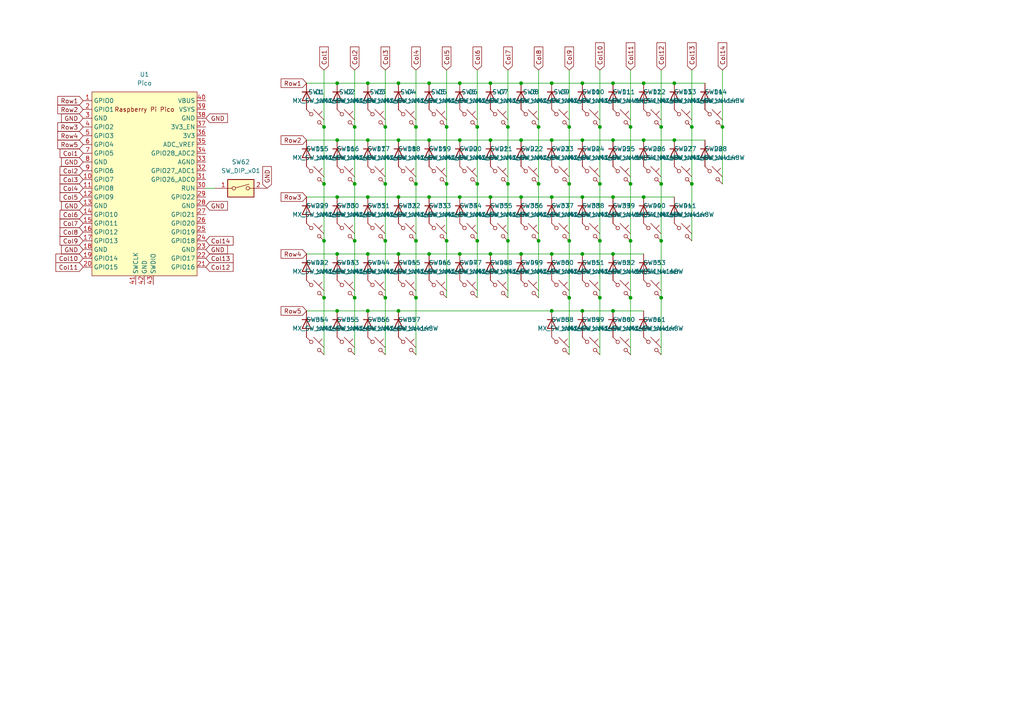
<source format=kicad_sch>
(kicad_sch (version 20211123) (generator eeschema)
  (paper "A4")
  (title_block (title "60% keyboard") (date "2022-11-01"))
  (junction (at 102.87 53.34))
  (junction (at 120.65 86.36))
  (junction (at 142.24 40.64))
  (junction (at 129.54 69.85))
  (junction (at 138.43 69.85))
  (junction (at 195.58 40.64))
  (junction (at 165.1 69.85))
  (junction (at 209.55 36.83))
  (junction (at 133.35 57.15))
  (junction (at 151.13 40.64))
  (junction (at 165.1 53.34))
  (junction (at 165.1 36.83))
  (junction (at 156.21 69.85))
  (junction (at 191.77 86.36))
  (junction (at 115.57 24.13))
  (junction (at 156.21 36.83))
  (junction (at 124.46 73.66))
  (junction (at 111.76 86.36))
  (junction (at 151.13 57.15))
  (junction (at 106.68 90.17))
  (junction (at 97.79 90.17))
  (junction (at 182.88 69.85))
  (junction (at 138.43 53.34))
  (junction (at 97.79 57.15))
  (junction (at 129.54 53.34))
  (junction (at 168.91 24.13))
  (junction (at 102.87 36.83))
  (junction (at 173.99 69.85))
  (junction (at 133.35 73.66))
  (junction (at 97.79 73.66))
  (junction (at 147.32 69.85))
  (junction (at 168.91 40.64))
  (junction (at 151.13 73.66))
  (junction (at 133.35 24.13))
  (junction (at 165.1 86.36))
  (junction (at 186.69 40.64))
  (junction (at 93.98 36.83))
  (junction (at 156.21 53.34))
  (junction (at 120.65 36.83))
  (junction (at 147.32 36.83))
  (junction (at 124.46 24.13))
  (junction (at 133.35 40.64))
  (junction (at 177.8 73.66))
  (junction (at 191.77 53.34))
  (junction (at 173.99 36.83))
  (junction (at 93.98 86.36))
  (junction (at 106.68 57.15))
  (junction (at 177.8 40.64))
  (junction (at 200.66 53.34))
  (junction (at 186.69 24.13))
  (junction (at 124.46 57.15))
  (junction (at 142.24 24.13))
  (junction (at 142.24 73.66))
  (junction (at 102.87 69.85))
  (junction (at 177.8 57.15))
  (junction (at 111.76 36.83))
  (junction (at 120.65 53.34))
  (junction (at 115.57 40.64))
  (junction (at 102.87 86.36))
  (junction (at 160.02 90.17))
  (junction (at 168.91 57.15))
  (junction (at 168.91 73.66))
  (junction (at 160.02 57.15))
  (junction (at 182.88 36.83))
  (junction (at 151.13 24.13))
  (junction (at 142.24 57.15))
  (junction (at 93.98 53.34))
  (junction (at 200.66 36.83))
  (junction (at 106.68 40.64))
  (junction (at 173.99 53.34))
  (junction (at 182.88 86.36))
  (junction (at 97.79 40.64))
  (junction (at 195.58 24.13))
  (junction (at 168.91 90.17))
  (junction (at 111.76 53.34))
  (junction (at 129.54 36.83))
  (junction (at 147.32 53.34))
  (junction (at 177.8 24.13))
  (junction (at 115.57 73.66))
  (junction (at 124.46 40.64))
  (junction (at 115.57 90.17))
  (junction (at 182.88 53.34))
  (junction (at 177.8 90.17))
  (junction (at 191.77 69.85))
  (junction (at 160.02 73.66))
  (junction (at 160.02 24.13))
  (junction (at 106.68 24.13))
  (junction (at 173.99 86.36))
  (junction (at 138.43 36.83))
  (junction (at 111.76 69.85))
  (junction (at 115.57 57.15))
  (junction (at 93.98 69.85))
  (junction (at 106.68 73.66))
  (junction (at 120.65 69.85))
  (junction (at 191.77 36.83))
  (junction (at 97.79 24.13))
  (junction (at 186.69 57.15))
  (junction (at 160.02 40.64))
  (wire (pts (xy 124.46 73.66) (xy 133.35 73.66)))
  (wire (pts (xy 88.9 24.13) (xy 97.79 24.13)))
  (wire (pts (xy 106.68 40.64) (xy 115.57 40.64)))
  (wire (pts (xy 93.98 20.32) (xy 93.98 36.83)))
  (wire (pts (xy 97.79 24.13) (xy 106.68 24.13)))
  (wire (pts (xy 182.88 69.85) (xy 182.88 86.36)))
  (wire (pts (xy 165.1 36.83) (xy 165.1 53.34)))
  (wire (pts (xy 147.32 69.85) (xy 147.32 86.36)))
  (wire (pts (xy 173.99 53.34) (xy 173.99 69.85)))
  (wire (pts (xy 138.43 69.85) (xy 138.43 86.36)))
  (wire (pts (xy 156.21 53.34) (xy 156.21 69.85)))
  (wire (pts (xy 151.13 57.15) (xy 160.02 57.15)))
  (wire (pts (xy 177.8 90.17) (xy 186.69 90.17)))
  (wire (pts (xy 88.9 73.66) (xy 97.79 73.66)))
  (wire (pts (xy 129.54 53.34) (xy 129.54 69.85)))
  (wire (pts (xy 88.9 40.64) (xy 97.79 40.64)))
  (wire (pts (xy 173.99 69.85) (xy 173.99 86.36)))
  (wire (pts (xy 138.43 53.34) (xy 138.43 69.85)))
  (wire (pts (xy 62.23 54.61) (xy 59.69 54.61)))
  (wire (pts (xy 156.21 20.32) (xy 156.21 36.83)))
  (wire (pts (xy 186.69 40.64) (xy 195.58 40.64)))
  (wire (pts (xy 191.77 53.34) (xy 191.77 69.85)))
  (wire (pts (xy 129.54 36.83) (xy 129.54 53.34)))
  (wire (pts (xy 133.35 24.13) (xy 142.24 24.13)))
  (wire (pts (xy 138.43 20.32) (xy 138.43 36.83)))
  (wire (pts (xy 147.32 36.83) (xy 147.32 53.34)))
  (wire (pts (xy 142.24 57.15) (xy 151.13 57.15)))
  (wire (pts (xy 93.98 69.85) (xy 93.98 86.36)))
  (wire (pts (xy 102.87 69.85) (xy 102.87 86.36)))
  (wire (pts (xy 120.65 69.85) (xy 120.65 86.36)))
  (wire (pts (xy 182.88 20.32) (xy 182.88 36.83)))
  (wire (pts (xy 168.91 90.17) (xy 177.8 90.17)))
  (wire (pts (xy 111.76 86.36) (xy 111.76 102.87)))
  (wire (pts (xy 165.1 53.34) (xy 165.1 69.85)))
  (wire (pts (xy 115.57 57.15) (xy 124.46 57.15)))
  (wire (pts (xy 195.58 24.13) (xy 204.47 24.13)))
  (wire (pts (xy 186.69 57.15) (xy 195.58 57.15)))
  (wire (pts (xy 97.79 57.15) (xy 106.68 57.15)))
  (wire (pts (xy 120.65 20.32) (xy 120.65 36.83)))
  (wire (pts (xy 106.68 73.66) (xy 115.57 73.66)))
  (wire (pts (xy 160.02 73.66) (xy 168.91 73.66)))
  (wire (pts (xy 115.57 90.17) (xy 160.02 90.17)))
  (wire (pts (xy 168.91 24.13) (xy 177.8 24.13)))
  (wire (pts (xy 124.46 40.64) (xy 133.35 40.64)))
  (wire (pts (xy 200.66 20.32) (xy 200.66 36.83)))
  (wire (pts (xy 209.55 20.32) (xy 209.55 36.83)))
  (wire (pts (xy 120.65 86.36) (xy 120.65 102.87)))
  (wire (pts (xy 88.9 90.17) (xy 97.79 90.17)))
  (wire (pts (xy 160.02 57.15) (xy 168.91 57.15)))
  (wire (pts (xy 186.69 24.13) (xy 195.58 24.13)))
  (wire (pts (xy 165.1 20.32) (xy 165.1 36.83)))
  (wire (pts (xy 93.98 86.36) (xy 93.98 102.87)))
  (wire (pts (xy 115.57 24.13) (xy 124.46 24.13)))
  (wire (pts (xy 106.68 24.13) (xy 115.57 24.13)))
  (wire (pts (xy 156.21 69.85) (xy 156.21 86.36)))
  (wire (pts (xy 209.55 36.83) (xy 209.55 53.34)))
  (wire (pts (xy 111.76 36.83) (xy 111.76 53.34)))
  (wire (pts (xy 106.68 57.15) (xy 115.57 57.15)))
  (wire (pts (xy 151.13 40.64) (xy 160.02 40.64)))
  (wire (pts (xy 120.65 53.34) (xy 120.65 69.85)))
  (wire (pts (xy 173.99 86.36) (xy 173.99 102.87)))
  (wire (pts (xy 129.54 69.85) (xy 129.54 86.36)))
  (wire (pts (xy 182.88 36.83) (xy 182.88 53.34)))
  (wire (pts (xy 133.35 57.15) (xy 142.24 57.15)))
  (wire (pts (xy 191.77 69.85) (xy 191.77 86.36)))
  (wire (pts (xy 151.13 73.66) (xy 160.02 73.66)))
  (wire (pts (xy 97.79 40.64) (xy 106.68 40.64)))
  (wire (pts (xy 111.76 53.34) (xy 111.76 69.85)))
  (wire (pts (xy 200.66 53.34) (xy 200.66 69.85)))
  (wire (pts (xy 182.88 53.34) (xy 182.88 69.85)))
  (wire (pts (xy 102.87 53.34) (xy 102.87 69.85)))
  (wire (pts (xy 142.24 40.64) (xy 151.13 40.64)))
  (wire (pts (xy 93.98 36.83) (xy 93.98 53.34)))
  (wire (pts (xy 106.68 90.17) (xy 115.57 90.17)))
  (wire (pts (xy 191.77 36.83) (xy 191.77 53.34)))
  (wire (pts (xy 177.8 24.13) (xy 186.69 24.13)))
  (wire (pts (xy 124.46 57.15) (xy 133.35 57.15)))
  (wire (pts (xy 168.91 57.15) (xy 177.8 57.15)))
  (wire (pts (xy 102.87 20.32) (xy 102.87 36.83)))
  (wire (pts (xy 160.02 24.13) (xy 168.91 24.13)))
  (wire (pts (xy 102.87 86.36) (xy 102.87 102.87)))
  (wire (pts (xy 133.35 40.64) (xy 142.24 40.64)))
  (wire (pts (xy 147.32 53.34) (xy 147.32 69.85)))
  (wire (pts (xy 147.32 20.32) (xy 147.32 36.83)))
  (wire (pts (xy 173.99 20.32) (xy 173.99 36.83)))
  (wire (pts (xy 177.8 57.15) (xy 186.69 57.15)))
  (wire (pts (xy 97.79 73.66) (xy 106.68 73.66)))
  (wire (pts (xy 195.58 40.64) (xy 204.47 40.64)))
  (wire (pts (xy 88.9 57.15) (xy 97.79 57.15)))
  (wire (pts (xy 138.43 36.83) (xy 138.43 53.34)))
  (wire (pts (xy 142.24 24.13) (xy 151.13 24.13)))
  (wire (pts (xy 160.02 90.17) (xy 168.91 90.17)))
  (wire (pts (xy 165.1 86.36) (xy 165.1 102.87)))
  (wire (pts (xy 124.46 24.13) (xy 133.35 24.13)))
  (wire (pts (xy 182.88 86.36) (xy 182.88 102.87)))
  (wire (pts (xy 165.1 69.85) (xy 165.1 86.36)))
  (wire (pts (xy 160.02 40.64) (xy 168.91 40.64)))
  (wire (pts (xy 120.65 36.83) (xy 120.65 53.34)))
  (wire (pts (xy 168.91 73.66) (xy 177.8 73.66)))
  (wire (pts (xy 168.91 40.64) (xy 177.8 40.64)))
  (wire (pts (xy 177.8 73.66) (xy 186.69 73.66)))
  (wire (pts (xy 151.13 24.13) (xy 160.02 24.13)))
  (wire (pts (xy 97.79 90.17) (xy 106.68 90.17)))
  (wire (pts (xy 156.21 36.83) (xy 156.21 53.34)))
  (wire (pts (xy 115.57 73.66) (xy 124.46 73.66)))
  (wire (pts (xy 191.77 20.32) (xy 191.77 36.83)))
  (wire (pts (xy 191.77 86.36) (xy 191.77 102.87)))
  (wire (pts (xy 102.87 36.83) (xy 102.87 53.34)))
  (wire (pts (xy 173.99 36.83) (xy 173.99 53.34)))
  (wire (pts (xy 133.35 73.66) (xy 142.24 73.66)))
  (wire (pts (xy 93.98 53.34) (xy 93.98 69.85)))
  (wire (pts (xy 142.24 73.66) (xy 151.13 73.66)))
  (wire (pts (xy 200.66 36.83) (xy 200.66 53.34)))
  (wire (pts (xy 111.76 69.85) (xy 111.76 86.36)))
  (wire (pts (xy 115.57 40.64) (xy 124.46 40.64)))
  (wire (pts (xy 177.8 40.64) (xy 186.69 40.64)))
  (wire (pts (xy 111.76 20.32) (xy 111.76 36.83)))
  (wire (pts (xy 129.54 20.32) (xy 129.54 36.83)))
  (global_label "GND" (shape input) (at 59.69 72.39 0) (property "Intersheet References" "${INTERSHEET_REFS}" (effects hide)))
  (global_label "Col1" (shape input) (at 93.98 20.32 90) (property "Intersheet References" "${INTERSHEET_REFS}" (effects hide)))
  (global_label "Row1" (shape input) (at 88.9 24.13 180) (property "Intersheet References" "${INTERSHEET_REFS}" (effects hide)))
  (global_label "Col12" (shape input) (at 59.69 77.47 0) (property "Intersheet References" "${INTERSHEET_REFS}" (effects hide)))
  (global_label "GND" (shape input) (at 24.13 34.29 180) (property "Intersheet References" "${INTERSHEET_REFS}" (effects hide)))
  (global_label "Row4" (shape input) (at 88.9 73.66 180) (property "Intersheet References" "${INTERSHEET_REFS}" (effects hide)))
  (global_label "Col2" (shape input) (at 24.13 49.53 180) (property "Intersheet References" "${INTERSHEET_REFS}" (effects hide)))
  (global_label "Col5" (shape input) (at 24.13 57.15 180) (property "Intersheet References" "${INTERSHEET_REFS}" (effects hide)))
  (global_label "Col8" (shape input) (at 156.21 20.32 90) (property "Intersheet References" "${INTERSHEET_REFS}" (effects hide)))
  (global_label "Col7" (shape input) (at 24.13 64.77 180) (property "Intersheet References" "${INTERSHEET_REFS}" (effects hide)))
  (global_label "Col4" (shape input) (at 24.13 54.61 180) (property "Intersheet References" "${INTERSHEET_REFS}" (effects hide)))
  (global_label "Col14" (shape input) (at 209.55 20.32 90) (property "Intersheet References" "${INTERSHEET_REFS}" (effects hide)))
  (global_label "Col2" (shape input) (at 102.87 20.32 90) (property "Intersheet References" "${INTERSHEET_REFS}" (effects hide)))
  (global_label "GND" (shape input) (at 59.69 59.69 0) (property "Intersheet References" "${INTERSHEET_REFS}" (effects hide)))
  (global_label "Col14" (shape input) (at 59.69 69.85 0) (property "Intersheet References" "${INTERSHEET_REFS}" (effects hide)))
  (global_label "GND" (shape input) (at 24.13 59.69 180) (property "Intersheet References" "${INTERSHEET_REFS}" (effects hide)))
  (global_label "Col3" (shape input) (at 24.13 52.07 180) (property "Intersheet References" "${INTERSHEET_REFS}" (effects hide)))
  (global_label "Row3" (shape input) (at 24.13 36.83 180) (property "Intersheet References" "${INTERSHEET_REFS}" (effects hide)))
  (global_label "Row5" (shape input) (at 24.13 41.91 180) (property "Intersheet References" "${INTERSHEET_REFS}" (effects hide)))
  (global_label "Row2" (shape input) (at 88.9 40.64 180) (property "Intersheet References" "${INTERSHEET_REFS}" (effects hide)))
  (global_label "Col3" (shape input) (at 111.76 20.32 90) (property "Intersheet References" "${INTERSHEET_REFS}" (effects hide)))
  (global_label "Col6" (shape input) (at 138.43 20.32 90) (property "Intersheet References" "${INTERSHEET_REFS}" (effects hide)))
  (global_label "Row5" (shape input) (at 88.9 90.17 180) (property "Intersheet References" "${INTERSHEET_REFS}" (effects hide)))
  (global_label "Col4" (shape input) (at 120.65 20.32 90) (property "Intersheet References" "${INTERSHEET_REFS}" (effects hide)))
  (global_label "Col11" (shape input) (at 182.88 20.32 90) (property "Intersheet References" "${INTERSHEET_REFS}" (effects hide)))
  (global_label "GND" (shape input) (at 24.13 72.39 180) (property "Intersheet References" "${INTERSHEET_REFS}" (effects hide)))
  (global_label "Col5" (shape input) (at 129.54 20.32 90) (property "Intersheet References" "${INTERSHEET_REFS}" (effects hide)))
  (global_label "GND" (shape input) (at 77.47 54.61 90) (property "Intersheet References" "${INTERSHEET_REFS}" (effects hide)))
  (global_label "Col12" (shape input) (at 191.77 20.32 90) (property "Intersheet References" "${INTERSHEET_REFS}" (effects hide)))
  (global_label "Col10" (shape input) (at 24.13 74.93 180) (property "Intersheet References" "${INTERSHEET_REFS}" (effects hide)))
  (global_label "Col9" (shape input) (at 165.1 20.32 90) (property "Intersheet References" "${INTERSHEET_REFS}" (effects hide)))
  (global_label "Col11" (shape input) (at 24.13 77.47 180) (property "Intersheet References" "${INTERSHEET_REFS}" (effects hide)))
  (global_label "Col1" (shape input) (at 24.13 44.45 180) (property "Intersheet References" "${INTERSHEET_REFS}" (effects hide)))
  (global_label "Col13" (shape input) (at 59.69 74.93 0) (property "Intersheet References" "${INTERSHEET_REFS}" (effects hide)))
  (global_label "Col10" (shape input) (at 173.99 20.32 90) (property "Intersheet References" "${INTERSHEET_REFS}" (effects hide)))
  (global_label "GND" (shape input) (at 59.69 34.29 0) (property "Intersheet References" "${INTERSHEET_REFS}" (effects hide)))
  (global_label "Col9" (shape input) (at 24.13 69.85 180) (property "Intersheet References" "${INTERSHEET_REFS}" (effects hide)))
  (global_label "Col13" (shape input) (at 200.66 20.32 90) (property "Intersheet References" "${INTERSHEET_REFS}" (effects hide)))
  (global_label "Col6" (shape input) (at 24.13 62.23 180) (property "Intersheet References" "${INTERSHEET_REFS}" (effects hide)))
  (global_label "Col7" (shape input) (at 147.32 20.32 90) (property "Intersheet References" "${INTERSHEET_REFS}" (effects hide)))
  (global_label "Row2" (shape input) (at 24.13 31.75 180) (property "Intersheet References" "${INTERSHEET_REFS}" (effects hide)))
  (global_label "GND" (shape input) (at 24.13 46.99 180) (property "Intersheet References" "${INTERSHEET_REFS}" (effects hide)))
  (global_label "Row3" (shape input) (at 88.9 57.15 180) (property "Intersheet References" "${INTERSHEET_REFS}" (effects hide)))
  (global_label "Col8" (shape input) (at 24.13 67.31 180) (property "Intersheet References" "${INTERSHEET_REFS}" (effects hide)))
  (global_label "Row4" (shape input) (at 24.13 39.37 180) (property "Intersheet References" "${INTERSHEET_REFS}" (effects hide)))
  (global_label "Row1" (shape input) (at 24.13 29.21 180) (property "Intersheet References" "${INTERSHEET_REFS}" (effects hide)))
  (symbol (lib_id "Diode:1N4148W") (at 142.24 60.96 270) (unit 1)
    (property "Reference" "D35" (at 144.78 59.6899 90) (effects (justify left)))
    (property "Value" "1N4148W" (at 144.78 62.2299 90) (effects (justify left)))
    (property "Footprint" "Diode_SMD:D_SOD-123" (effects hide))
    (property "Datasheet" "https://www.vishay.com/docs/85748/1n4148w.pdf" (effects hide))
    (property "LCSC" "C81598" (effects hide))
  )
  (symbol (lib_id "marbastlib-mx:MX_SW_solder") (at 189.23 100.33 0) (unit 1)
    (property "Reference" "SW61" (at 189.23 92.71 0))
    (property "Value" "MX_SW_solder" (at 189.23 95.25 0))
    (property "Footprint" "marbastlib-mx:SW_MX_1.25u" (effects hide))
  )
  (symbol (lib_id "marbastlib-mx:MX_SW_solder") (at 100.33 100.33 0) (unit 1)
    (property "Reference" "SW55" (at 100.33 92.71 0))
    (property "Value" "MX_SW_solder" (at 100.33 95.25 0))
    (property "Footprint" "marbastlib-mx:SW_MX_1.25u" (effects hide))
  )
  (symbol (lib_id "Diode:1N4148W") (at 124.46 27.94 270) (unit 1)
    (property "Reference" "D5" (at 127 26.6699 90) (effects (justify left)))
    (property "Value" "1N4148W" (at 127 29.2099 90) (effects (justify left)))
    (property "Footprint" "Diode_SMD:D_SOD-123" (effects hide))
    (property "Datasheet" "https://www.vishay.com/docs/85748/1n4148w.pdf" (effects hide))
    (property "LCSC" "C81598" (effects hide))
  )
  (symbol (lib_id "marbastlib-mx:MX_SW_solder") (at 127 83.82 0) (unit 1)
    (property "Reference" "SW46" (at 127 76.2 0))
    (property "Value" "MX_SW_solder" (at 127 78.74 0))
    (property "Footprint" "marbastlib-mx:SW_MX_1u" (effects hide))
  )
  (symbol (lib_id "Diode:1N4148W") (at 168.91 77.47 270) (unit 1)
    (property "Reference" "D51" (at 171.45 76.1999 90) (effects (justify left)))
    (property "Value" "1N4148W" (at 171.45 78.7399 90) (effects (justify left)))
    (property "Footprint" "Diode_SMD:D_SOD-123" (effects hide))
    (property "Datasheet" "https://www.vishay.com/docs/85748/1n4148w.pdf" (effects hide))
    (property "LCSC" "C81598" (effects hide))
  )
  (symbol (lib_id "marbastlib-mx:MX_SW_solder") (at 127 34.29 0) (unit 1)
    (property "Reference" "SW5" (at 127 26.67 0))
    (property "Value" "MX_SW_solder" (at 127 29.21 0))
    (property "Footprint" "marbastlib-mx:SW_MX_1u" (effects hide))
  )
  (symbol (lib_id "marbastlib-mx:MX_SW_solder") (at 171.45 100.33 0) (unit 1)
    (property "Reference" "SW59" (at 171.45 92.71 0))
    (property "Value" "MX_SW_solder" (at 171.45 95.25 0))
    (property "Footprint" "marbastlib-mx:SW_MX_1.25u" (effects hide))
  )
  (symbol (lib_id "marbastlib-mx:MX_SW_solder") (at 189.23 50.8 0) (unit 1)
    (property "Reference" "SW26" (at 189.23 43.18 0))
    (property "Value" "MX_SW_solder" (at 190.5 45.72 0))
    (property "Footprint" "marbastlib-mx:SW_MX_1u" (effects hide))
  )
  (symbol (lib_id "marbastlib-mx:MX_SW_solder") (at 135.89 83.82 0) (unit 1)
    (property "Reference" "SW47" (at 135.89 76.2 0))
    (property "Value" "MX_SW_solder" (at 135.89 78.74 0))
    (property "Footprint" "marbastlib-mx:SW_MX_1u" (effects hide))
  )
  (symbol (lib_id "marbastlib-mx:MX_SW_solder") (at 198.12 67.31 0) (unit 1)
    (property "Reference" "SW41" (at 198.12 59.69 0))
    (property "Value" "MX_SW_solder" (at 198.12 62.23 0))
    (property "Footprint" "marbastlib-mx:SW_MX_1u" (effects hide))
  )
  (symbol (lib_id "marbastlib-mx:MX_SW_solder") (at 144.78 50.8 0) (unit 1)
    (property "Reference" "SW21" (at 144.78 43.18 0))
    (property "Value" "MX_SW_solder" (at 144.78 45.72 0))
    (property "Footprint" "marbastlib-mx:SW_MX_1u" (effects hide))
  )
  (symbol (lib_id "marbastlib-mx:MX_SW_solder") (at 207.01 34.29 0) (unit 1)
    (property "Reference" "SW14" (at 207.01 26.67 0))
    (property "Value" "MX_SW_solder" (at 207.01 29.21 0))
    (property "Footprint" "marbastlib-mx:SW_MX_1u" (effects hide))
  )
  (symbol (lib_id "marbastlib-mx:MX_SW_solder") (at 162.56 100.33 0) (unit 1)
    (property "Reference" "SW58" (at 162.56 92.71 0))
    (property "Value" "MX_SW_solder" (at 162.56 95.25 0))
    (property "Footprint" "marbastlib-mx:SW_MX_1.25u" (effects hide))
  )
  (symbol (lib_id "Diode:1N4148W") (at 160.02 44.45 270) (unit 1)
    (property "Reference" "D23" (at 162.56 43.1799 90) (effects (justify left)))
    (property "Value" "1N4148W" (at 162.56 45.7199 90) (effects (justify left)))
    (property "Footprint" "Diode_SMD:D_SOD-123" (effects hide))
    (property "Datasheet" "https://www.vishay.com/docs/85748/1n4148w.pdf" (effects hide))
    (property "LCSC" "C81598" (effects hide))
  )
  (symbol (lib_id "marbastlib-mx:MX_SW_solder") (at 109.22 100.33 0) (unit 1)
    (property "Reference" "SW56" (at 109.22 92.71 0))
    (property "Value" "MX_SW_solder" (at 109.22 95.25 0))
    (property "Footprint" "marbastlib-mx:SW_MX_1.25u" (effects hide))
  )
  (symbol (lib_id "marbastlib-mx:MX_SW_solder") (at 100.33 34.29 0) (unit 1)
    (property "Reference" "SW2" (at 100.33 26.67 0))
    (property "Value" "MX_SW_solder" (at 100.33 29.21 0))
    (property "Footprint" "marbastlib-mx:SW_MX_1u" (effects hide))
  )
  (symbol (lib_id "Diode:1N4148W") (at 106.68 60.96 270) (unit 1)
    (property "Reference" "D31" (at 109.22 59.6899 90) (effects (justify left)))
    (property "Value" "1N4148W" (at 109.22 62.2299 90) (effects (justify left)))
    (property "Footprint" "Diode_SMD:D_SOD-123" (effects hide))
    (property "Datasheet" "https://www.vishay.com/docs/85748/1n4148w.pdf" (effects hide))
    (property "LCSC" "C81598" (effects hide))
  )
  (symbol (lib_id "Diode:1N4148W") (at 142.24 77.47 270) (unit 1)
    (property "Reference" "D48" (at 144.78 76.1999 90) (effects (justify left)))
    (property "Value" "1N4148W" (at 144.78 78.7399 90) (effects (justify left)))
    (property "Footprint" "Diode_SMD:D_SOD-123" (effects hide))
    (property "Datasheet" "https://www.vishay.com/docs/85748/1n4148w.pdf" (effects hide))
    (property "LCSC" "C81598" (effects hide))
  )
  (symbol (lib_id "marbastlib-mx:MX_SW_solder") (at 127 67.31 0) (unit 1)
    (property "Reference" "SW33" (at 127 59.69 0))
    (property "Value" "MX_SW_solder" (at 127 62.23 0))
    (property "Footprint" "marbastlib-mx:SW_MX_1u" (effects hide))
  )
  (symbol (lib_id "Diode:1N4148W") (at 177.8 27.94 270) (unit 1)
    (property "Reference" "D11" (at 180.34 26.6699 90) (effects (justify left)))
    (property "Value" "1N4148W" (at 180.34 29.2099 90) (effects (justify left)))
    (property "Footprint" "Diode_SMD:D_SOD-123" (effects hide))
    (property "Datasheet" "https://www.vishay.com/docs/85748/1n4148w.pdf" (effects hide))
    (property "LCSC" "C81598" (effects hide))
  )
  (symbol (lib_id "MCU_RaspberryPi_and_Boards:Pico") (at 41.91 53.34 0) (unit 1)
    (property "Reference" "U1" (at 41.91 21.59 0))
    (property "Value" "Pico" (at 41.91 24.13 0))
    (property "Footprint" "MCU_RaspberryPi_and_Boards:RPi_Pico_SMD_TH" (effects hide))
  )
  (symbol (lib_id "Diode:1N4148W") (at 106.68 77.47 270) (unit 1)
    (property "Reference" "D44" (at 109.22 76.1999 90) (effects (justify left)))
    (property "Value" "1N4148W" (at 109.22 78.7399 90) (effects (justify left)))
    (property "Footprint" "Diode_SMD:D_SOD-123" (effects hide))
    (property "Datasheet" "https://www.vishay.com/docs/85748/1n4148w.pdf" (effects hide))
    (property "LCSC" "C81598" (effects hide))
  )
  (symbol (lib_id "marbastlib-mx:MX_SW_solder") (at 189.23 67.31 0) (unit 1)
    (property "Reference" "SW40" (at 189.23 59.69 0))
    (property "Value" "MX_SW_solder" (at 190.5 62.23 0))
    (property "Footprint" "marbastlib-mx:SW_MX_1u" (effects hide))
  )
  (symbol (lib_id "marbastlib-mx:MX_SW_solder") (at 118.11 34.29 0) (unit 1)
    (property "Reference" "SW4" (at 118.11 26.67 0))
    (property "Value" "MX_SW_solder" (at 118.11 29.21 0))
    (property "Footprint" "marbastlib-mx:SW_MX_1u" (effects hide))
  )
  (symbol (lib_id "Diode:1N4148W") (at 151.13 27.94 270) (unit 1)
    (property "Reference" "D8" (at 153.67 26.6699 90) (effects (justify left)))
    (property "Value" "1N4148W" (at 153.67 29.2099 90) (effects (justify left)))
    (property "Footprint" "Diode_SMD:D_SOD-123" (effects hide))
    (property "Datasheet" "https://www.vishay.com/docs/85748/1n4148w.pdf" (effects hide))
    (property "LCSC" "C81598" (effects hide))
  )
  (symbol (lib_id "Diode:1N4148W") (at 115.57 77.47 270) (unit 1)
    (property "Reference" "D45" (at 118.11 76.1999 90) (effects (justify left)))
    (property "Value" "1N4148W" (at 118.11 78.7399 90) (effects (justify left)))
    (property "Footprint" "Diode_SMD:D_SOD-123" (effects hide))
    (property "Datasheet" "https://www.vishay.com/docs/85748/1n4148w.pdf" (effects hide))
    (property "LCSC" "C81598" (effects hide))
  )
  (symbol (lib_id "marbastlib-mx:MX_SW_solder") (at 171.45 83.82 0) (unit 1)
    (property "Reference" "SW51" (at 171.45 76.2 0))
    (property "Value" "MX_SW_solder" (at 171.45 78.74 0))
    (property "Footprint" "marbastlib-mx:SW_MX_1u" (effects hide))
  )
  (symbol (lib_id "marbastlib-mx:MX_SW_solder") (at 189.23 83.82 0) (unit 1)
    (property "Reference" "SW53" (at 189.23 76.2 0))
    (property "Value" "MX_SW_solder" (at 190.5 78.74 0))
    (property "Footprint" "marbastlib-mx:SW_MX_1u" (effects hide))
  )
  (symbol (lib_id "marbastlib-mx:MX_SW_solder") (at 171.45 50.8 0) (unit 1)
    (property "Reference" "SW24" (at 171.45 43.18 0))
    (property "Value" "MX_SW_solder" (at 171.45 45.72 0))
    (property "Footprint" "marbastlib-mx:SW_MX_1u" (effects hide))
  )
  (symbol (lib_id "Diode:1N4148W") (at 115.57 93.98 270) (unit 1)
    (property "Reference" "D57" (at 118.11 92.7099 90) (effects (justify left)))
    (property "Value" "1N4148W" (at 118.11 95.2499 90) (effects (justify left)))
    (property "Footprint" "Diode_SMD:D_SOD-123" (effects hide))
    (property "Datasheet" "https://www.vishay.com/docs/85748/1n4148w.pdf" (effects hide))
    (property "LCSC" "C81598" (effects hide))
  )
  (symbol (lib_id "marbastlib-mx:MX_SW_solder") (at 162.56 34.29 0) (unit 1)
    (property "Reference" "SW9" (at 162.56 26.67 0))
    (property "Value" "MX_SW_solder" (at 162.56 29.21 0))
    (property "Footprint" "marbastlib-mx:SW_MX_1u" (effects hide))
  )
  (symbol (lib_id "Diode:1N4148W") (at 97.79 60.96 270) (unit 1)
    (property "Reference" "D30" (at 100.33 59.6899 90) (effects (justify left)))
    (property "Value" "1N4148W" (at 100.33 62.2299 90) (effects (justify left)))
    (property "Footprint" "Diode_SMD:D_SOD-123" (effects hide))
    (property "Datasheet" "https://www.vishay.com/docs/85748/1n4148w.pdf" (effects hide))
    (property "LCSC" "C81598" (effects hide))
  )
  (symbol (lib_id "marbastlib-mx:MX_SW_solder") (at 180.34 67.31 0) (unit 1)
    (property "Reference" "SW39" (at 180.34 59.69 0))
    (property "Value" "MX_SW_solder" (at 180.34 62.23 0))
    (property "Footprint" "marbastlib-mx:SW_MX_1u" (effects hide))
  )
  (symbol (lib_id "marbastlib-mx:MX_SW_solder") (at 198.12 34.29 0) (unit 1)
    (property "Reference" "SW13" (at 198.12 26.67 0))
    (property "Value" "MX_SW_solder" (at 198.12 29.21 0))
    (property "Footprint" "marbastlib-mx:SW_MX_1u" (effects hide))
  )
  (symbol (lib_id "Diode:1N4148W") (at 160.02 77.47 270) (unit 1)
    (property "Reference" "D50" (at 162.56 76.1999 90) (effects (justify left)))
    (property "Value" "1N4148W" (at 162.56 78.7399 90) (effects (justify left)))
    (property "Footprint" "Diode_SMD:D_SOD-123" (effects hide))
    (property "Datasheet" "https://www.vishay.com/docs/85748/1n4148w.pdf" (effects hide))
    (property "LCSC" "C81598" (effects hide))
  )
  (symbol (lib_id "marbastlib-mx:MX_SW_solder") (at 180.34 83.82 0) (unit 1)
    (property "Reference" "SW52" (at 180.34 76.2 0))
    (property "Value" "MX_SW_solder" (at 180.34 78.74 0))
    (property "Footprint" "marbastlib-mx:SW_MX_1u" (effects hide))
  )
  (symbol (lib_id "Diode:1N4148W") (at 177.8 44.45 270) (unit 1)
    (property "Reference" "D25" (at 180.34 43.1799 90) (effects (justify left)))
    (property "Value" "1N4148W" (at 180.34 45.7199 90) (effects (justify left)))
    (property "Footprint" "Diode_SMD:D_SOD-123" (effects hide))
    (property "Datasheet" "https://www.vishay.com/docs/85748/1n4148w.pdf" (effects hide))
    (property "LCSC" "C81598" (effects hide))
  )
  (symbol (lib_id "Diode:1N4148W") (at 97.79 93.98 270) (unit 1)
    (property "Reference" "D55" (at 100.33 92.7099 90) (effects (justify left)))
    (property "Value" "1N4148W" (at 100.33 95.2499 90) (effects (justify left)))
    (property "Footprint" "Diode_SMD:D_SOD-123" (effects hide))
    (property "Datasheet" "https://www.vishay.com/docs/85748/1n4148w.pdf" (effects hide))
    (property "LCSC" "C81598" (effects hide))
  )
  (symbol (lib_id "marbastlib-mx:MX_SW_solder") (at 100.33 83.82 0) (unit 1)
    (property "Reference" "SW43" (at 100.33 76.2 0))
    (property "Value" "MX_SW_solder" (at 100.33 78.74 0))
    (property "Footprint" "marbastlib-mx:SW_MX_1u" (effects hide))
  )
  (symbol (lib_id "Diode:1N4148W") (at 160.02 60.96 270) (unit 1)
    (property "Reference" "D37" (at 162.56 59.6899 90) (effects (justify left)))
    (property "Value" "1N4148W" (at 162.56 62.2299 90) (effects (justify left)))
    (property "Footprint" "Diode_SMD:D_SOD-123" (effects hide))
    (property "Datasheet" "https://www.vishay.com/docs/85748/1n4148w.pdf" (effects hide))
    (property "LCSC" "C81598" (effects hide))
  )
  (symbol (lib_id "marbastlib-mx:MX_SW_solder") (at 109.22 50.8 0) (unit 1)
    (property "Reference" "SW17" (at 109.22 43.18 0))
    (property "Value" "MX_SW_solder" (at 109.22 45.72 0))
    (property "Footprint" "marbastlib-mx:SW_MX_1u" (effects hide))
  )
  (symbol (lib_id "marbastlib-mx:MX_SW_solder") (at 144.78 34.29 0) (unit 1)
    (property "Reference" "SW7" (at 144.78 26.67 0))
    (property "Value" "MX_SW_solder" (at 144.78 29.21 0))
    (property "Footprint" "marbastlib-mx:SW_MX_1u" (effects hide))
  )
  (symbol (lib_id "Diode:1N4148W") (at 97.79 77.47 270) (unit 1)
    (property "Reference" "D43" (at 100.33 76.1999 90) (effects (justify left)))
    (property "Value" "1N4148W" (at 100.33 78.7399 90) (effects (justify left)))
    (property "Footprint" "Diode_SMD:D_SOD-123" (effects hide))
    (property "Datasheet" "https://www.vishay.com/docs/85748/1n4148w.pdf" (effects hide))
    (property "LCSC" "C81598" (effects hide))
  )
  (symbol (lib_id "Diode:1N4148W") (at 177.8 93.98 270) (unit 1)
    (property "Reference" "D60" (at 180.34 92.7099 90) (effects (justify left)))
    (property "Value" "1N4148W" (at 180.34 95.2499 90) (effects (justify left)))
    (property "Footprint" "Diode_SMD:D_SOD-123" (effects hide))
    (property "Datasheet" "https://www.vishay.com/docs/85748/1n4148w.pdf" (effects hide))
    (property "LCSC" "C81598" (effects hide))
  )
  (symbol (lib_id "Diode:1N4148W") (at 97.79 44.45 270) (unit 1)
    (property "Reference" "D16" (at 100.33 43.1799 90) (effects (justify left)))
    (property "Value" "1N4148W" (at 100.33 45.7199 90) (effects (justify left)))
    (property "Footprint" "Diode_SMD:D_SOD-123" (effects hide))
    (property "Datasheet" "https://www.vishay.com/docs/85748/1n4148w.pdf" (effects hide))
    (property "LCSC" "C81598" (effects hide))
  )
  (symbol (lib_id "marbastlib-mx:MX_SW_solder") (at 118.11 50.8 0) (unit 1)
    (property "Reference" "SW18" (at 118.11 43.18 0))
    (property "Value" "MX_SW_solder" (at 118.11 45.72 0))
    (property "Footprint" "marbastlib-mx:SW_MX_1u" (effects hide))
  )
  (symbol (lib_id "marbastlib-mx:MX_SW_solder") (at 135.89 50.8 0) (unit 1)
    (property "Reference" "SW20" (at 135.89 43.18 0))
    (property "Value" "MX_SW_solder" (at 135.89 45.72 0))
    (property "Footprint" "marbastlib-mx:SW_MX_1u" (effects hide))
  )
  (symbol (lib_id "marbastlib-mx:MX_SW_solder") (at 100.33 50.8 0) (unit 1)
    (property "Reference" "SW16" (at 100.33 43.18 0))
    (property "Value" "MX_SW_solder" (at 100.33 45.72 0))
    (property "Footprint" "marbastlib-mx:SW_MX_1u" (effects hide))
  )
  (symbol (lib_id "marbastlib-mx:MX_SW_solder") (at 180.34 50.8 0) (unit 1)
    (property "Reference" "SW25" (at 180.34 43.18 0))
    (property "Value" "MX_SW_solder" (at 180.34 45.72 0))
    (property "Footprint" "marbastlib-mx:SW_MX_1u" (effects hide))
  )
  (symbol (lib_id "Diode:1N4148W") (at 168.91 60.96 270) (unit 1)
    (property "Reference" "D38" (at 171.45 59.6899 90) (effects (justify left)))
    (property "Value" "1N4148W" (at 171.45 62.2299 90) (effects (justify left)))
    (property "Footprint" "Diode_SMD:D_SOD-123" (effects hide))
    (property "Datasheet" "https://www.vishay.com/docs/85748/1n4148w.pdf" (effects hide))
    (property "LCSC" "C81598" (effects hide))
  )
  (symbol (lib_id "Diode:1N4148W") (at 168.91 27.94 270) (unit 1)
    (property "Reference" "D10" (at 171.45 26.6699 90) (effects (justify left)))
    (property "Value" "1N4148W" (at 171.45 29.2099 90) (effects (justify left)))
    (property "Footprint" "Diode_SMD:D_SOD-123" (effects hide))
    (property "Datasheet" "https://www.vishay.com/docs/85748/1n4148w.pdf" (effects hide))
    (property "LCSC" "C81598" (effects hide))
  )
  (symbol (lib_id "Diode:1N4148W") (at 133.35 27.94 270) (unit 1)
    (property "Reference" "D6" (at 135.89 26.6699 90) (effects (justify left)))
    (property "Value" "1N4148W" (at 135.89 29.2099 90) (effects (justify left)))
    (property "Footprint" "Diode_SMD:D_SOD-123" (effects hide))
    (property "Datasheet" "https://www.vishay.com/docs/85748/1n4148w.pdf" (effects hide))
    (property "LCSC" "C81598" (effects hide))
  )
  (symbol (lib_id "Diode:1N4148W") (at 186.69 77.47 270) (unit 1)
    (property "Reference" "D53" (at 189.23 76.1999 90) (effects (justify left)))
    (property "Value" "1N4148W" (at 189.23 78.7399 90) (effects (justify left)))
    (property "Footprint" "Diode_SMD:D_SOD-123" (effects hide))
    (property "Datasheet" "https://www.vishay.com/docs/85748/1n4148w.pdf" (effects hide))
    (property "LCSC" "C81598" (effects hide))
  )
  (symbol (lib_id "marbastlib-mx:MX_SW_solder") (at 144.78 83.82 0) (unit 1)
    (property "Reference" "SW48" (at 144.78 76.2 0))
    (property "Value" "MX_SW_solder" (at 144.78 78.74 0))
    (property "Footprint" "marbastlib-mx:SW_MX_1u" (effects hide))
  )
  (symbol (lib_id "Diode:1N4148W") (at 115.57 60.96 270) (unit 1)
    (property "Reference" "D32" (at 118.11 59.6899 90) (effects (justify left)))
    (property "Value" "1N4148W" (at 118.11 62.2299 90) (effects (justify left)))
    (property "Footprint" "Diode_SMD:D_SOD-123" (effects hide))
    (property "Datasheet" "https://www.vishay.com/docs/85748/1n4148w.pdf" (effects hide))
    (property "LCSC" "C81598" (effects hide))
  )
  (symbol (lib_id "Diode:1N4148W") (at 124.46 44.45 270) (unit 1)
    (property "Reference" "D19" (at 127 43.1799 90) (effects (justify left)))
    (property "Value" "1N4148W" (at 127 45.7199 90) (effects (justify left)))
    (property "Footprint" "Diode_SMD:D_SOD-123" (effects hide))
    (property "Datasheet" "https://www.vishay.com/docs/85748/1n4148w.pdf" (effects hide))
    (property "LCSC" "C81598" (effects hide))
  )
  (symbol (lib_id "Diode:1N4148W") (at 186.69 27.94 270) (unit 1)
    (property "Reference" "D12" (at 189.23 26.6699 90) (effects (justify left)))
    (property "Value" "1N4148W" (at 189.23 29.2099 90) (effects (justify left)))
    (property "Footprint" "Diode_SMD:D_SOD-123" (effects hide))
    (property "Datasheet" "https://www.vishay.com/docs/85748/1n4148w.pdf" (effects hide))
    (property "LCSC" "C81598" (effects hide))
  )
  (symbol (lib_id "marbastlib-mx:MX_SW_solder") (at 118.11 100.33 0) (unit 1)
    (property "Reference" "SW57" (at 118.11 92.71 0))
    (property "Value" "MX_SW_solder" (at 118.11 95.25 0))
    (property "Footprint" "marbastlib-mx:SW_MX_1u" (effects hide))
  )
  (symbol (lib_id "marbastlib-mx:MX_SW_solder") (at 189.23 34.29 0) (unit 1)
    (property "Reference" "SW12" (at 189.23 26.67 0))
    (property "Value" "MX_SW_solder" (at 190.5 29.21 0))
    (property "Footprint" "marbastlib-mx:SW_MX_1u" (effects hide))
  )
  (symbol (lib_id "Diode:1N4148W") (at 195.58 60.96 270) (unit 1)
    (property "Reference" "D41" (at 198.12 59.6899 90) (effects (justify left)))
    (property "Value" "1N4148W" (at 198.12 62.2299 90) (effects (justify left)))
    (property "Footprint" "Diode_SMD:D_SOD-123" (effects hide))
    (property "Datasheet" "https://www.vishay.com/docs/85748/1n4148w.pdf" (effects hide))
    (property "LCSC" "C81598" (effects hide))
  )
  (symbol (lib_id "marbastlib-mx:MX_SW_solder") (at 144.78 67.31 0) (unit 1)
    (property "Reference" "SW35" (at 144.78 59.69 0))
    (property "Value" "MX_SW_solder" (at 144.78 62.23 0))
    (property "Footprint" "marbastlib-mx:SW_MX_1u" (effects hide))
  )
  (symbol (lib_id "Diode:1N4148W") (at 151.13 77.47 270) (unit 1)
    (property "Reference" "D49" (at 153.67 76.1999 90) (effects (justify left)))
    (property "Value" "1N4148W" (at 153.67 78.7399 90) (effects (justify left)))
    (property "Footprint" "Diode_SMD:D_SOD-123" (effects hide))
    (property "Datasheet" "https://www.vishay.com/docs/85748/1n4148w.pdf" (effects hide))
    (property "LCSC" "C81598" (effects hide))
  )
  (symbol (lib_id "marbastlib-mx:MX_SW_solder") (at 91.44 83.82 0) (unit 1)
    (property "Reference" "SW42" (at 91.44 76.2 0))
    (property "Value" "MX_SW_solder" (at 91.44 78.74 0))
    (property "Footprint" "marbastlib-mx:SW_MX_1u" (effects hide))
  )
  (symbol (lib_id "marbastlib-mx:MX_SW_solder") (at 162.56 50.8 0) (unit 1)
    (property "Reference" "SW23" (at 162.56 43.18 0))
    (property "Value" "MX_SW_solder" (at 162.56 45.72 0))
    (property "Footprint" "marbastlib-mx:SW_MX_1u" (effects hide))
  )
  (symbol (lib_id "marbastlib-mx:MX_SW_solder") (at 118.11 67.31 0) (unit 1)
    (property "Reference" "SW32" (at 118.11 59.69 0))
    (property "Value" "MX_SW_solder" (at 118.11 62.23 0))
    (property "Footprint" "marbastlib-mx:SW_MX_1u" (effects hide))
  )
  (symbol (lib_id "Diode:1N4148W") (at 124.46 77.47 270) (unit 1)
    (property "Reference" "D46" (at 127 76.1999 90) (effects (justify left)))
    (property "Value" "1N4148W" (at 127 78.7399 90) (effects (justify left)))
    (property "Footprint" "Diode_SMD:D_SOD-123" (effects hide))
    (property "Datasheet" "https://www.vishay.com/docs/85748/1n4148w.pdf" (effects hide))
    (property "LCSC" "C81598" (effects hide))
  )
  (symbol (lib_id "Diode:1N4148W") (at 88.9 93.98 270) (unit 1)
    (property "Reference" "D54" (at 91.44 92.7099 90) (effects (justify left)))
    (property "Value" "1N4148W" (at 91.44 95.2499 90) (effects (justify left)))
    (property "Footprint" "Diode_SMD:D_SOD-123" (effects hide))
    (property "Datasheet" "https://www.vishay.com/docs/85748/1n4148w.pdf" (effects hide))
    (property "LCSC" "C81598" (effects hide))
  )
  (symbol (lib_id "marbastlib-mx:MX_SW_solder") (at 109.22 83.82 0) (unit 1)
    (property "Reference" "SW44" (at 109.22 76.2 0))
    (property "Value" "MX_SW_solder" (at 109.22 78.74 0))
    (property "Footprint" "marbastlib-mx:SW_MX_1u" (effects hide))
  )
  (symbol (lib_id "marbastlib-mx:MX_SW_solder") (at 109.22 34.29 0) (unit 1)
    (property "Reference" "SW3" (at 109.22 26.67 0))
    (property "Value" "MX_SW_solder" (at 109.22 29.21 0))
    (property "Footprint" "marbastlib-mx:SW_MX_1u" (effects hide))
  )
  (symbol (lib_id "Diode:1N4148W") (at 168.91 44.45 270) (unit 1)
    (property "Reference" "D24" (at 171.45 43.1799 90) (effects (justify left)))
    (property "Value" "1N4148W" (at 171.45 45.7199 90) (effects (justify left)))
    (property "Footprint" "Diode_SMD:D_SOD-123" (effects hide))
    (property "Datasheet" "https://www.vishay.com/docs/85748/1n4148w.pdf" (effects hide))
    (property "LCSC" "C81598" (effects hide))
  )
  (symbol (lib_id "marbastlib-mx:MX_SW_solder") (at 91.44 100.33 0) (unit 1)
    (property "Reference" "SW54" (at 91.44 92.71 0))
    (property "Value" "MX_SW_solder" (at 91.44 95.25 0))
    (property "Footprint" "marbastlib-mx:SW_MX_1.25u" (effects hide))
  )
  (symbol (lib_id "Diode:1N4148W") (at 168.91 93.98 270) (unit 1)
    (property "Reference" "D59" (at 171.45 92.7099 90) (effects (justify left)))
    (property "Value" "1N4148W" (at 171.45 95.2499 90) (effects (justify left)))
    (property "Footprint" "Diode_SMD:D_SOD-123" (effects hide))
    (property "Datasheet" "https://www.vishay.com/docs/85748/1n4148w.pdf" (effects hide))
    (property "LCSC" "C81598" (effects hide))
  )
  (symbol (lib_id "Diode:1N4148W") (at 186.69 44.45 270) (unit 1)
    (property "Reference" "D26" (at 189.23 43.1799 90) (effects (justify left)))
    (property "Value" "1N4148W" (at 189.23 45.7199 90) (effects (justify left)))
    (property "Footprint" "Diode_SMD:D_SOD-123" (effects hide))
    (property "Datasheet" "https://www.vishay.com/docs/85748/1n4148w.pdf" (effects hide))
    (property "LCSC" "C81598" (effects hide))
  )
  (symbol (lib_id "marbastlib-mx:MX_SW_solder") (at 153.67 50.8 0) (unit 1)
    (property "Reference" "SW22" (at 153.67 43.18 0))
    (property "Value" "MX_SW_solder" (at 153.67 45.72 0))
    (property "Footprint" "marbastlib-mx:SW_MX_1u" (effects hide))
  )
  (symbol (lib_id "marbastlib-mx:MX_SW_solder") (at 153.67 34.29 0) (unit 1)
    (property "Reference" "SW8" (at 153.67 26.67 0))
    (property "Value" "MX_SW_solder" (at 153.67 29.21 0))
    (property "Footprint" "marbastlib-mx:SW_MX_1u" (effects hide))
  )
  (symbol (lib_id "Diode:1N4148W") (at 115.57 27.94 270) (unit 1)
    (property "Reference" "D4" (at 118.11 26.6699 90) (effects (justify left)))
    (property "Value" "1N4148W" (at 118.11 29.2099 90) (effects (justify left)))
    (property "Footprint" "Diode_SMD:D_SOD-123" (effects hide))
    (property "Datasheet" "https://www.vishay.com/docs/85748/1n4148w.pdf" (effects hide))
    (property "LCSC" "C81598" (effects hide))
  )
  (symbol (lib_id "Diode:1N4148W") (at 106.68 93.98 270) (unit 1)
    (property "Reference" "D56" (at 109.22 92.7099 90) (effects (justify left)))
    (property "Value" "1N4148W" (at 109.22 95.2499 90) (effects (justify left)))
    (property "Footprint" "Diode_SMD:D_SOD-123" (effects hide))
    (property "Datasheet" "https://www.vishay.com/docs/85748/1n4148w.pdf" (effects hide))
    (property "LCSC" "C81598" (effects hide))
  )
  (symbol (lib_id "Diode:1N4148W") (at 133.35 44.45 270) (unit 1)
    (property "Reference" "D20" (at 135.89 43.1799 90) (effects (justify left)))
    (property "Value" "1N4148W" (at 135.89 45.7199 90) (effects (justify left)))
    (property "Footprint" "Diode_SMD:D_SOD-123" (effects hide))
    (property "Datasheet" "https://www.vishay.com/docs/85748/1n4148w.pdf" (effects hide))
    (property "LCSC" "C81598" (effects hide))
  )
  (symbol (lib_id "marbastlib-mx:MX_SW_solder") (at 153.67 67.31 0) (unit 1)
    (property "Reference" "SW36" (at 153.67 59.69 0))
    (property "Value" "MX_SW_solder" (at 153.67 62.23 0))
    (property "Footprint" "marbastlib-mx:SW_MX_1u" (effects hide))
  )
  (symbol (lib_id "Diode:1N4148W") (at 142.24 44.45 270) (unit 1)
    (property "Reference" "D21" (at 144.78 43.1799 90) (effects (justify left)))
    (property "Value" "1N4148W" (at 144.78 45.7199 90) (effects (justify left)))
    (property "Footprint" "Diode_SMD:D_SOD-123" (effects hide))
    (property "Datasheet" "https://www.vishay.com/docs/85748/1n4148w.pdf" (effects hide))
    (property "LCSC" "C81598" (effects hide))
  )
  (symbol (lib_id "Diode:1N4148W") (at 106.68 27.94 270) (unit 1)
    (property "Reference" "D3" (at 109.22 26.6699 90) (effects (justify left)))
    (property "Value" "1N4148W" (at 109.22 29.2099 90) (effects (justify left)))
    (property "Footprint" "Diode_SMD:D_SOD-123" (effects hide))
    (property "Datasheet" "https://www.vishay.com/docs/85748/1n4148w.pdf" (effects hide))
    (property "LCSC" "C81598" (effects hide))
  )
  (symbol (lib_id "Diode:1N4148W") (at 88.9 27.94 270) (unit 1)
    (property "Reference" "D1" (at 91.44 26.6699 90) (effects (justify left)))
    (property "Value" "1N4148W" (at 91.44 29.2099 90) (effects (justify left)))
    (property "Footprint" "Diode_SMD:D_SOD-123" (effects hide))
    (property "Datasheet" "https://www.vishay.com/docs/85748/1n4148w.pdf" (effects hide))
    (property "LCSC" "C81598" (effects hide))
  )
  (symbol (lib_id "Diode:1N4148W") (at 97.79 27.94 270) (unit 1)
    (property "Reference" "D2" (at 100.33 26.6699 90) (effects (justify left)))
    (property "Value" "1N4148W" (at 100.33 29.2099 90) (effects (justify left)))
    (property "Footprint" "Diode_SMD:D_SOD-123" (effects hide))
    (property "Datasheet" "https://www.vishay.com/docs/85748/1n4148w.pdf" (effects hide))
    (property "LCSC" "C81598" (effects hide))
  )
  (symbol (lib_id "marbastlib-mx:MX_SW_solder") (at 135.89 34.29 0) (unit 1)
    (property "Reference" "SW6" (at 135.89 26.67 0))
    (property "Value" "MX_SW_solder" (at 135.89 29.21 0))
    (property "Footprint" "marbastlib-mx:SW_MX_1u" (effects hide))
  )
  (symbol (lib_id "marbastlib-mx:MX_SW_solder") (at 171.45 67.31 0) (unit 1)
    (property "Reference" "SW38" (at 171.45 59.69 0))
    (property "Value" "MX_SW_solder" (at 171.45 62.23 0))
    (property "Footprint" "marbastlib-mx:SW_MX_1u" (effects hide))
  )
  (symbol (lib_id "Switch:SW_DIP_x01") (at 69.85 54.61 0) (unit 1)
    (property "Reference" "SW62" (at 69.85 46.99 0))
    (property "Value" "SW_DIP_x01" (at 69.85 49.53 0))
    (property "Footprint" "Button_Switch_THT:SW_PUSH_6mm" (effects hide))
  )
  (symbol (lib_id "marbastlib-mx:MX_SW_solder") (at 91.44 50.8 0) (unit 1)
    (property "Reference" "SW15" (at 91.44 43.18 0))
    (property "Value" "MX_SW_solder" (at 91.44 45.72 0))
    (property "Footprint" "marbastlib-mx:SW_MX_1.5u" (effects hide))
  )
  (symbol (lib_id "marbastlib-mx:MX_SW_solder") (at 207.01 50.8 0) (unit 1)
    (property "Reference" "SW28" (at 207.01 43.18 0))
    (property "Value" "MX_SW_solder" (at 207.01 45.72 0))
    (property "Footprint" "marbastlib-mx:SW_MX_1.5u" (effects hide))
  )
  (symbol (lib_id "marbastlib-mx:MX_SW_solder") (at 118.11 83.82 0) (unit 1)
    (property "Reference" "SW45" (at 118.11 76.2 0))
    (property "Value" "MX_SW_solder" (at 118.11 78.74 0))
    (property "Footprint" "marbastlib-mx:SW_MX_1u" (effects hide))
  )
  (symbol (lib_id "Diode:1N4148W") (at 204.47 27.94 270) (unit 1)
    (property "Reference" "D14" (at 207.01 26.6699 90) (effects (justify left)))
    (property "Value" "1N4148W" (at 207.01 29.2099 90) (effects (justify left)))
    (property "Footprint" "Diode_SMD:D_SOD-123" (effects hide))
    (property "Datasheet" "https://www.vishay.com/docs/85748/1n4148w.pdf" (effects hide))
    (property "LCSC" "C81598" (effects hide))
  )
  (symbol (lib_id "Diode:1N4148W") (at 186.69 93.98 270) (unit 1)
    (property "Reference" "D61" (at 189.23 92.7099 90) (effects (justify left)))
    (property "Value" "1N4148W" (at 189.23 95.2499 90) (effects (justify left)))
    (property "Footprint" "Diode_SMD:D_SOD-123" (effects hide))
    (property "Datasheet" "https://www.vishay.com/docs/85748/1n4148w.pdf" (effects hide))
    (property "LCSC" "C81598" (effects hide))
  )
  (symbol (lib_id "Diode:1N4148W") (at 186.69 60.96 270) (unit 1)
    (property "Reference" "D40" (at 189.23 59.6899 90) (effects (justify left)))
    (property "Value" "1N4148W" (at 189.23 62.2299 90) (effects (justify left)))
    (property "Footprint" "Diode_SMD:D_SOD-123" (effects hide))
    (property "Datasheet" "https://www.vishay.com/docs/85748/1n4148w.pdf" (effects hide))
    (property "LCSC" "C81598" (effects hide))
  )
  (symbol (lib_id "marbastlib-mx:MX_SW_solder") (at 162.56 83.82 0) (unit 1)
    (property "Reference" "SW50" (at 162.56 76.2 0))
    (property "Value" "MX_SW_solder" (at 162.56 78.74 0))
    (property "Footprint" "marbastlib-mx:SW_MX_1u" (effects hide))
  )
  (symbol (lib_id "marbastlib-mx:MX_SW_solder") (at 180.34 100.33 0) (unit 1)
    (property "Reference" "SW60" (at 180.34 92.71 0))
    (property "Value" "MX_SW_solder" (at 180.34 95.25 0))
    (property "Footprint" "marbastlib-mx:SW_MX_1.25u" (effects hide))
  )
  (symbol (lib_id "marbastlib-mx:MX_SW_solder") (at 91.44 34.29 0) (unit 1)
    (property "Reference" "SW1" (at 91.44 26.67 0))
    (property "Value" "MX_SW_solder" (at 91.44 29.21 0))
    (property "Footprint" "marbastlib-mx:SW_MX_1u" (effects hide))
  )
  (symbol (lib_id "marbastlib-mx:MX_SW_solder") (at 91.44 67.31 0) (unit 1)
    (property "Reference" "SW29" (at 91.44 59.69 0))
    (property "Value" "MX_SW_solder" (at 91.44 62.23 0))
    (property "Footprint" "marbastlib-mx:SW_MX_1.75u" (effects hide))
  )
  (symbol (lib_id "Diode:1N4148W") (at 88.9 60.96 270) (unit 1)
    (property "Reference" "D29" (at 91.44 59.6899 90) (effects (justify left)))
    (property "Value" "1N4148W" (at 91.44 62.2299 90) (effects (justify left)))
    (property "Footprint" "Diode_SMD:D_SOD-123" (effects hide))
    (property "Datasheet" "https://www.vishay.com/docs/85748/1n4148w.pdf" (effects hide))
    (property "LCSC" "C81598" (effects hide))
  )
  (symbol (lib_id "Diode:1N4148W") (at 151.13 60.96 270) (unit 1)
    (property "Reference" "D36" (at 153.67 59.6899 90) (effects (justify left)))
    (property "Value" "1N4148W" (at 153.67 62.2299 90) (effects (justify left)))
    (property "Footprint" "Diode_SMD:D_SOD-123" (effects hide))
    (property "Datasheet" "https://www.vishay.com/docs/85748/1n4148w.pdf" (effects hide))
    (property "LCSC" "C81598" (effects hide))
  )
  (symbol (lib_id "Diode:1N4148W") (at 133.35 60.96 270) (unit 1)
    (property "Reference" "D34" (at 135.89 59.6899 90) (effects (justify left)))
    (property "Value" "1N4148W" (at 135.89 62.2299 90) (effects (justify left)))
    (property "Footprint" "Diode_SMD:D_SOD-123" (effects hide))
    (property "Datasheet" "https://www.vishay.com/docs/85748/1n4148w.pdf" (effects hide))
    (property "LCSC" "C81598" (effects hide))
  )
  (symbol (lib_id "Diode:1N4148W") (at 88.9 44.45 270) (unit 1)
    (property "Reference" "D15" (at 91.44 43.1799 90) (effects (justify left)))
    (property "Value" "1N4148W" (at 91.44 45.7199 90) (effects (justify left)))
    (property "Footprint" "Diode_SMD:D_SOD-123" (effects hide))
    (property "Datasheet" "https://www.vishay.com/docs/85748/1n4148w.pdf" (effects hide))
    (property "LCSC" "C81598" (effects hide))
  )
  (symbol (lib_id "Diode:1N4148W") (at 204.47 44.45 270) (unit 1)
    (property "Reference" "D28" (at 207.01 43.1799 90) (effects (justify left)))
    (property "Value" "1N4148W" (at 207.01 45.7199 90) (effects (justify left)))
    (property "Footprint" "Diode_SMD:D_SOD-123" (effects hide))
    (property "Datasheet" "https://www.vishay.com/docs/85748/1n4148w.pdf" (effects hide))
    (property "LCSC" "C81598" (effects hide))
  )
  (symbol (lib_id "Diode:1N4148W") (at 88.9 77.47 270) (unit 1)
    (property "Reference" "D42" (at 91.44 76.1999 90) (effects (justify left)))
    (property "Value" "1N4148W" (at 91.44 78.7399 90) (effects (justify left)))
    (property "Footprint" "Diode_SMD:D_SOD-123" (effects hide))
    (property "Datasheet" "https://www.vishay.com/docs/85748/1n4148w.pdf" (effects hide))
    (property "LCSC" "C81598" (effects hide))
  )
  (symbol (lib_id "marbastlib-mx:MX_SW_solder") (at 180.34 34.29 0) (unit 1)
    (property "Reference" "SW11" (at 180.34 26.67 0))
    (property "Value" "MX_SW_solder" (at 180.34 29.21 0))
    (property "Footprint" "marbastlib-mx:SW_MX_1u" (effects hide))
  )
  (symbol (lib_id "marbastlib-mx:MX_SW_solder") (at 109.22 67.31 0) (unit 1)
    (property "Reference" "SW31" (at 109.22 59.69 0))
    (property "Value" "MX_SW_solder" (at 109.22 62.23 0))
    (property "Footprint" "marbastlib-mx:SW_MX_1u" (effects hide))
  )
  (symbol (lib_id "Diode:1N4148W") (at 142.24 27.94 270) (unit 1)
    (property "Reference" "D7" (at 144.78 26.6699 90) (effects (justify left)))
    (property "Value" "1N4148W" (at 144.78 29.2099 90) (effects (justify left)))
    (property "Footprint" "Diode_SMD:D_SOD-123" (effects hide))
    (property "Datasheet" "https://www.vishay.com/docs/85748/1n4148w.pdf" (effects hide))
    (property "LCSC" "C81598" (effects hide))
  )
  (symbol (lib_id "marbastlib-mx:MX_SW_solder") (at 135.89 67.31 0) (unit 1)
    (property "Reference" "SW34" (at 135.89 59.69 0))
    (property "Value" "MX_SW_solder" (at 135.89 62.23 0))
    (property "Footprint" "marbastlib-mx:SW_MX_1u" (effects hide))
  )
  (symbol (lib_id "Diode:1N4148W") (at 115.57 44.45 270) (unit 1)
    (property "Reference" "D18" (at 118.11 43.1799 90) (effects (justify left)))
    (property "Value" "1N4148W" (at 118.11 45.7199 90) (effects (justify left)))
    (property "Footprint" "Diode_SMD:D_SOD-123" (effects hide))
    (property "Datasheet" "https://www.vishay.com/docs/85748/1n4148w.pdf" (effects hide))
    (property "LCSC" "C81598" (effects hide))
  )
  (symbol (lib_id "Diode:1N4148W") (at 160.02 27.94 270) (unit 1)
    (property "Reference" "D9" (at 162.56 26.6699 90) (effects (justify left)))
    (property "Value" "1N4148W" (at 162.56 29.2099 90) (effects (justify left)))
    (property "Footprint" "Diode_SMD:D_SOD-123" (effects hide))
    (property "Datasheet" "https://www.vishay.com/docs/85748/1n4148w.pdf" (effects hide))
    (property "LCSC" "C81598" (effects hide))
  )
  (symbol (lib_id "Diode:1N4148W") (at 177.8 60.96 270) (unit 1)
    (property "Reference" "D39" (at 180.34 59.6899 90) (effects (justify left)))
    (property "Value" "1N4148W" (at 180.34 62.2299 90) (effects (justify left)))
    (property "Footprint" "Diode_SMD:D_SOD-123" (effects hide))
    (property "Datasheet" "https://www.vishay.com/docs/85748/1n4148w.pdf" (effects hide))
    (property "LCSC" "C81598" (effects hide))
  )
  (symbol (lib_id "marbastlib-mx:MX_SW_solder") (at 198.12 50.8 0) (unit 1)
    (property "Reference" "SW27" (at 198.12 43.18 0))
    (property "Value" "MX_SW_solder" (at 198.12 45.72 0))
    (property "Footprint" "marbastlib-mx:SW_MX_1u" (effects hide))
  )
  (symbol (lib_id "marbastlib-mx:MX_SW_solder") (at 162.56 67.31 0) (unit 1)
    (property "Reference" "SW37" (at 162.56 59.69 0))
    (property "Value" "MX_SW_solder" (at 162.56 62.23 0))
    (property "Footprint" "marbastlib-mx:SW_MX_1u" (effects hide))
  )
  (symbol (lib_id "Diode:1N4148W") (at 124.46 60.96 270) (unit 1)
    (property "Reference" "D33" (at 127 59.6899 90) (effects (justify left)))
    (property "Value" "1N4148W" (at 127 62.2299 90) (effects (justify left)))
    (property "Footprint" "Diode_SMD:D_SOD-123" (effects hide))
    (property "Datasheet" "https://www.vishay.com/docs/85748/1n4148w.pdf" (effects hide))
    (property "LCSC" "C81598" (effects hide))
  )
  (symbol (lib_id "marbastlib-mx:MX_SW_solder") (at 100.33 67.31 0) (unit 1)
    (property "Reference" "SW30" (at 100.33 59.69 0))
    (property "Value" "MX_SW_solder" (at 100.33 62.23 0))
    (property "Footprint" "marbastlib-mx:SW_MX_1u" (effects hide))
  )
  (symbol (lib_id "Diode:1N4148W") (at 195.58 27.94 270) (unit 1)
    (property "Reference" "D13" (at 198.12 26.6699 90) (effects (justify left)))
    (property "Value" "1N4148W" (at 198.12 29.2099 90) (effects (justify left)))
    (property "Footprint" "Diode_SMD:D_SOD-123" (effects hide))
    (property "Datasheet" "https://www.vishay.com/docs/85748/1n4148w.pdf" (effects hide))
    (property "LCSC" "C81598" (effects hide))
  )
  (symbol (lib_id "Diode:1N4148W") (at 133.35 77.47 270) (unit 1)
    (property "Reference" "D47" (at 135.89 76.1999 90) (effects (justify left)))
    (property "Value" "1N4148W" (at 135.89 78.7399 90) (effects (justify left)))
    (property "Footprint" "Diode_SMD:D_SOD-123" (effects hide))
    (property "Datasheet" "https://www.vishay.com/docs/85748/1n4148w.pdf" (effects hide))
    (property "LCSC" "C81598" (effects hide))
  )
  (symbol (lib_id "marbastlib-mx:MX_SW_solder") (at 171.45 34.29 0) (unit 1)
    (property "Reference" "SW10" (at 171.45 26.67 0))
    (property "Value" "MX_SW_solder" (at 171.45 29.21 0))
    (property "Footprint" "marbastlib-mx:SW_MX_1u" (effects hide))
  )
  (symbol (lib_id "marbastlib-mx:MX_SW_solder") (at 153.67 83.82 0) (unit 1)
    (property "Reference" "SW49" (at 153.67 76.2 0))
    (property "Value" "MX_SW_solder" (at 153.67 78.74 0))
    (property "Footprint" "marbastlib-mx:SW_MX_1u" (effects hide))
  )
  (symbol (lib_id "marbastlib-mx:MX_SW_solder") (at 127 50.8 0) (unit 1)
    (property "Reference" "SW19" (at 127 43.18 0))
    (property "Value" "MX_SW_solder" (at 127 45.72 0))
    (property "Footprint" "marbastlib-mx:SW_MX_1u" (effects hide))
  )
  (symbol (lib_id "Diode:1N4148W") (at 106.68 44.45 270) (unit 1)
    (property "Reference" "D17" (at 109.22 43.1799 90) (effects (justify left)))
    (property "Value" "1N4148W" (at 109.22 45.7199 90) (effects (justify left)))
    (property "Footprint" "Diode_SMD:D_SOD-123" (effects hide))
    (property "Datasheet" "https://www.vishay.com/docs/85748/1n4148w.pdf" (effects hide))
    (property "LCSC" "C81598" (effects hide))
  )
  (symbol (lib_id "Diode:1N4148W") (at 160.02 93.98 270) (unit 1)
    (property "Reference" "D58" (at 162.56 92.7099 90) (effects (justify left)))
    (property "Value" "1N4148W" (at 162.56 95.2499 90) (effects (justify left)))
    (property "Footprint" "Diode_SMD:D_SOD-123" (effects hide))
    (property "Datasheet" "https://www.vishay.com/docs/85748/1n4148w.pdf" (effects hide))
    (property "LCSC" "C81598" (effects hide))
  )
  (symbol (lib_id "Diode:1N4148W") (at 177.8 77.47 270) (unit 1)
    (property "Reference" "D52" (at 180.34 76.1999 90) (effects (justify left)))
    (property "Value" "1N4148W" (at 180.34 78.7399 90) (effects (justify left)))
    (property "Footprint" "Diode_SMD:D_SOD-123" (effects hide))
    (property "Datasheet" "https://www.vishay.com/docs/85748/1n4148w.pdf" (effects hide))
    (property "LCSC" "C81598" (effects hide))
  )
  (symbol (lib_id "Diode:1N4148W") (at 195.58 44.45 270) (unit 1)
    (property "Reference" "D27" (at 198.12 43.1799 90) (effects (justify left)))
    (property "Value" "1N4148W" (at 198.12 45.7199 90) (effects (justify left)))
    (property "Footprint" "Diode_SMD:D_SOD-123" (effects hide))
    (property "Datasheet" "https://www.vishay.com/docs/85748/1n4148w.pdf" (effects hide))
    (property "LCSC" "C81598" (effects hide))
  )
  (symbol (lib_id "Diode:1N4148W") (at 151.13 44.45 270) (unit 1)
    (property "Reference" "D22" (at 153.67 43.1799 90) (effects (justify left)))
    (property "Value" "1N4148W" (at 153.67 45.7199 90) (effects (justify left)))
    (property "Footprint" "Diode_SMD:D_SOD-123" (effects hide))
    (property "Datasheet" "https://www.vishay.com/docs/85748/1n4148w.pdf" (effects hide))
    (property "LCSC" "C81598" (effects hide))
  )
)
</source>
